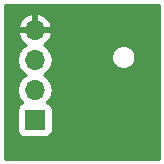
<source format=gtl>
%TF.GenerationSoftware,KiCad,Pcbnew,(5.0.0-rc2-18-g3893c43eb)*%
%TF.CreationDate,2018-05-30T13:16:08+02:00*%
%TF.ProjectId,micro_first,6D6963726F5F66697273742E6B696361,rev?*%
%TF.SameCoordinates,Original*%
%TF.FileFunction,Copper,L1,Top,Signal*%
%TF.FilePolarity,Positive*%
%FSLAX46Y46*%
G04 Gerber Fmt 4.6, Leading zero omitted, Abs format (unit mm)*
G04 Created by KiCad (PCBNEW (5.0.0-rc2-18-g3893c43eb)) date 05/30/18 13:16:08*
%MOMM*%
%LPD*%
G01*
G04 APERTURE LIST*
%ADD10R,1.700000X1.700000*%
%ADD11O,1.700000X1.700000*%
%ADD12C,0.254000*%
G04 APERTURE END LIST*
D10*
X146500000Y-101700000D03*
D11*
X146500000Y-99160000D03*
X146500000Y-96620000D03*
X146500000Y-94080000D03*
D12*
G36*
X156990001Y-104990000D02*
X144010000Y-104990000D01*
X144010000Y-96620000D01*
X144985908Y-96620000D01*
X145101161Y-97199418D01*
X145429375Y-97690625D01*
X145727761Y-97890000D01*
X145429375Y-98089375D01*
X145101161Y-98580582D01*
X144985908Y-99160000D01*
X145101161Y-99739418D01*
X145429375Y-100230625D01*
X145447619Y-100242816D01*
X145402235Y-100251843D01*
X145192191Y-100392191D01*
X145051843Y-100602235D01*
X145002560Y-100850000D01*
X145002560Y-102550000D01*
X145051843Y-102797765D01*
X145192191Y-103007809D01*
X145402235Y-103148157D01*
X145650000Y-103197440D01*
X147350000Y-103197440D01*
X147597765Y-103148157D01*
X147807809Y-103007809D01*
X147948157Y-102797765D01*
X147997440Y-102550000D01*
X147997440Y-100850000D01*
X147948157Y-100602235D01*
X147807809Y-100392191D01*
X147597765Y-100251843D01*
X147552381Y-100242816D01*
X147570625Y-100230625D01*
X147898839Y-99739418D01*
X148014092Y-99160000D01*
X147898839Y-98580582D01*
X147570625Y-98089375D01*
X147272239Y-97890000D01*
X147570625Y-97690625D01*
X147898839Y-97199418D01*
X148014092Y-96620000D01*
X147929381Y-96194126D01*
X152945000Y-96194126D01*
X152945000Y-96605874D01*
X153102569Y-96986280D01*
X153393720Y-97277431D01*
X153774126Y-97435000D01*
X154185874Y-97435000D01*
X154566280Y-97277431D01*
X154857431Y-96986280D01*
X155015000Y-96605874D01*
X155015000Y-96194126D01*
X154857431Y-95813720D01*
X154566280Y-95522569D01*
X154185874Y-95365000D01*
X153774126Y-95365000D01*
X153393720Y-95522569D01*
X153102569Y-95813720D01*
X152945000Y-96194126D01*
X147929381Y-96194126D01*
X147898839Y-96040582D01*
X147570625Y-95549375D01*
X147251522Y-95336157D01*
X147381358Y-95275183D01*
X147771645Y-94846924D01*
X147941476Y-94436890D01*
X147820155Y-94207000D01*
X146627000Y-94207000D01*
X146627000Y-94227000D01*
X146373000Y-94227000D01*
X146373000Y-94207000D01*
X145179845Y-94207000D01*
X145058524Y-94436890D01*
X145228355Y-94846924D01*
X145618642Y-95275183D01*
X145748478Y-95336157D01*
X145429375Y-95549375D01*
X145101161Y-96040582D01*
X144985908Y-96620000D01*
X144010000Y-96620000D01*
X144010000Y-93723110D01*
X145058524Y-93723110D01*
X145179845Y-93953000D01*
X146373000Y-93953000D01*
X146373000Y-92759181D01*
X146627000Y-92759181D01*
X146627000Y-93953000D01*
X147820155Y-93953000D01*
X147941476Y-93723110D01*
X147771645Y-93313076D01*
X147381358Y-92884817D01*
X146856892Y-92638514D01*
X146627000Y-92759181D01*
X146373000Y-92759181D01*
X146143108Y-92638514D01*
X145618642Y-92884817D01*
X145228355Y-93313076D01*
X145058524Y-93723110D01*
X144010000Y-93723110D01*
X144010000Y-92010000D01*
X156990000Y-92010000D01*
X156990001Y-104990000D01*
X156990001Y-104990000D01*
G37*
X156990001Y-104990000D02*
X144010000Y-104990000D01*
X144010000Y-96620000D01*
X144985908Y-96620000D01*
X145101161Y-97199418D01*
X145429375Y-97690625D01*
X145727761Y-97890000D01*
X145429375Y-98089375D01*
X145101161Y-98580582D01*
X144985908Y-99160000D01*
X145101161Y-99739418D01*
X145429375Y-100230625D01*
X145447619Y-100242816D01*
X145402235Y-100251843D01*
X145192191Y-100392191D01*
X145051843Y-100602235D01*
X145002560Y-100850000D01*
X145002560Y-102550000D01*
X145051843Y-102797765D01*
X145192191Y-103007809D01*
X145402235Y-103148157D01*
X145650000Y-103197440D01*
X147350000Y-103197440D01*
X147597765Y-103148157D01*
X147807809Y-103007809D01*
X147948157Y-102797765D01*
X147997440Y-102550000D01*
X147997440Y-100850000D01*
X147948157Y-100602235D01*
X147807809Y-100392191D01*
X147597765Y-100251843D01*
X147552381Y-100242816D01*
X147570625Y-100230625D01*
X147898839Y-99739418D01*
X148014092Y-99160000D01*
X147898839Y-98580582D01*
X147570625Y-98089375D01*
X147272239Y-97890000D01*
X147570625Y-97690625D01*
X147898839Y-97199418D01*
X148014092Y-96620000D01*
X147929381Y-96194126D01*
X152945000Y-96194126D01*
X152945000Y-96605874D01*
X153102569Y-96986280D01*
X153393720Y-97277431D01*
X153774126Y-97435000D01*
X154185874Y-97435000D01*
X154566280Y-97277431D01*
X154857431Y-96986280D01*
X155015000Y-96605874D01*
X155015000Y-96194126D01*
X154857431Y-95813720D01*
X154566280Y-95522569D01*
X154185874Y-95365000D01*
X153774126Y-95365000D01*
X153393720Y-95522569D01*
X153102569Y-95813720D01*
X152945000Y-96194126D01*
X147929381Y-96194126D01*
X147898839Y-96040582D01*
X147570625Y-95549375D01*
X147251522Y-95336157D01*
X147381358Y-95275183D01*
X147771645Y-94846924D01*
X147941476Y-94436890D01*
X147820155Y-94207000D01*
X146627000Y-94207000D01*
X146627000Y-94227000D01*
X146373000Y-94227000D01*
X146373000Y-94207000D01*
X145179845Y-94207000D01*
X145058524Y-94436890D01*
X145228355Y-94846924D01*
X145618642Y-95275183D01*
X145748478Y-95336157D01*
X145429375Y-95549375D01*
X145101161Y-96040582D01*
X144985908Y-96620000D01*
X144010000Y-96620000D01*
X144010000Y-93723110D01*
X145058524Y-93723110D01*
X145179845Y-93953000D01*
X146373000Y-93953000D01*
X146373000Y-92759181D01*
X146627000Y-92759181D01*
X146627000Y-93953000D01*
X147820155Y-93953000D01*
X147941476Y-93723110D01*
X147771645Y-93313076D01*
X147381358Y-92884817D01*
X146856892Y-92638514D01*
X146627000Y-92759181D01*
X146373000Y-92759181D01*
X146143108Y-92638514D01*
X145618642Y-92884817D01*
X145228355Y-93313076D01*
X145058524Y-93723110D01*
X144010000Y-93723110D01*
X144010000Y-92010000D01*
X156990000Y-92010000D01*
X156990001Y-104990000D01*
M02*

</source>
